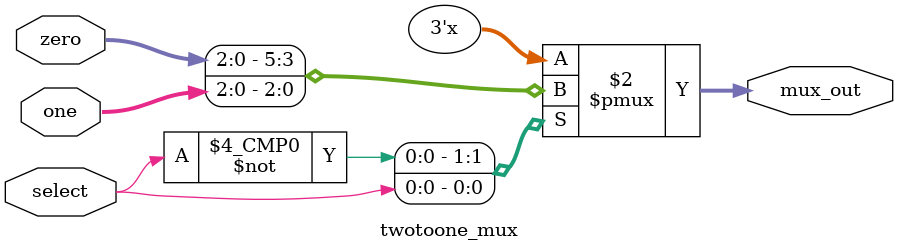
<source format=sv>
module twotoone_mux
(
input logic select,
input logic [2:0] zero, one,
output logic [2:0] mux_out
);

always_comb
	begin
		case (select)
			1'b0	:	mux_out = zero;
			1'b1	:	mux_out = one;
		default	:	mux_out = zero;
		endcase
	end

endmodule

</source>
